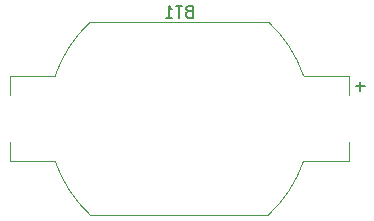
<source format=gbr>
%TF.GenerationSoftware,KiCad,Pcbnew,8.0.3*%
%TF.CreationDate,2024-06-30T11:32:45+09:00*%
%TF.ProjectId,gamepad_attiny85,67616d65-7061-4645-9f61-7474696e7938,rev?*%
%TF.SameCoordinates,Original*%
%TF.FileFunction,Legend,Bot*%
%TF.FilePolarity,Positive*%
%FSLAX46Y46*%
G04 Gerber Fmt 4.6, Leading zero omitted, Abs format (unit mm)*
G04 Created by KiCad (PCBNEW 8.0.3) date 2024-06-30 11:32:45*
%MOMM*%
%LPD*%
G01*
G04 APERTURE LIST*
%ADD10C,0.150000*%
%ADD11C,0.120000*%
G04 APERTURE END LIST*
D10*
X69365714Y-36651009D02*
X69222857Y-36698628D01*
X69222857Y-36698628D02*
X69175238Y-36746247D01*
X69175238Y-36746247D02*
X69127619Y-36841485D01*
X69127619Y-36841485D02*
X69127619Y-36984342D01*
X69127619Y-36984342D02*
X69175238Y-37079580D01*
X69175238Y-37079580D02*
X69222857Y-37127200D01*
X69222857Y-37127200D02*
X69318095Y-37174819D01*
X69318095Y-37174819D02*
X69699047Y-37174819D01*
X69699047Y-37174819D02*
X69699047Y-36174819D01*
X69699047Y-36174819D02*
X69365714Y-36174819D01*
X69365714Y-36174819D02*
X69270476Y-36222438D01*
X69270476Y-36222438D02*
X69222857Y-36270057D01*
X69222857Y-36270057D02*
X69175238Y-36365295D01*
X69175238Y-36365295D02*
X69175238Y-36460533D01*
X69175238Y-36460533D02*
X69222857Y-36555771D01*
X69222857Y-36555771D02*
X69270476Y-36603390D01*
X69270476Y-36603390D02*
X69365714Y-36651009D01*
X69365714Y-36651009D02*
X69699047Y-36651009D01*
X68841904Y-36174819D02*
X68270476Y-36174819D01*
X68556190Y-37174819D02*
X68556190Y-36174819D01*
X67413333Y-37174819D02*
X67984761Y-37174819D01*
X67699047Y-37174819D02*
X67699047Y-36174819D01*
X67699047Y-36174819D02*
X67794285Y-36317676D01*
X67794285Y-36317676D02*
X67889523Y-36412914D01*
X67889523Y-36412914D02*
X67984761Y-36460533D01*
X84260951Y-43008866D02*
X83499047Y-43008866D01*
X83879999Y-43389819D02*
X83879999Y-42627914D01*
D11*
%TO.C,BT1*%
X79094300Y-42100000D02*
X82950000Y-42100000D01*
X82950000Y-42100000D02*
X82950000Y-43710000D01*
X82950000Y-47730000D02*
X82950000Y-49340000D01*
X82950000Y-49340000D02*
X79094300Y-49340000D01*
X61036400Y-37550000D02*
X76123600Y-37550000D01*
X76123600Y-53890000D02*
X61036400Y-53890000D01*
X54210000Y-42100000D02*
X58065700Y-42100000D01*
X54210000Y-43710000D02*
X54210000Y-42100000D01*
X54210000Y-49340000D02*
X54210000Y-47730000D01*
X58065700Y-49340000D02*
X54210000Y-49340000D01*
X76123600Y-37550000D02*
G75*
G02*
X79094302Y-42099999I-7605360J-8210340D01*
G01*
X79094300Y-49340000D02*
G75*
G02*
X76123598Y-53889998I-10576060J3660340D01*
G01*
X58065700Y-42100000D02*
G75*
G02*
X61036400Y-37550000I10576062J-3660336D01*
G01*
X61036400Y-53890000D02*
G75*
G02*
X58065700Y-49340000I7605362J8210336D01*
G01*
%TD*%
M02*

</source>
